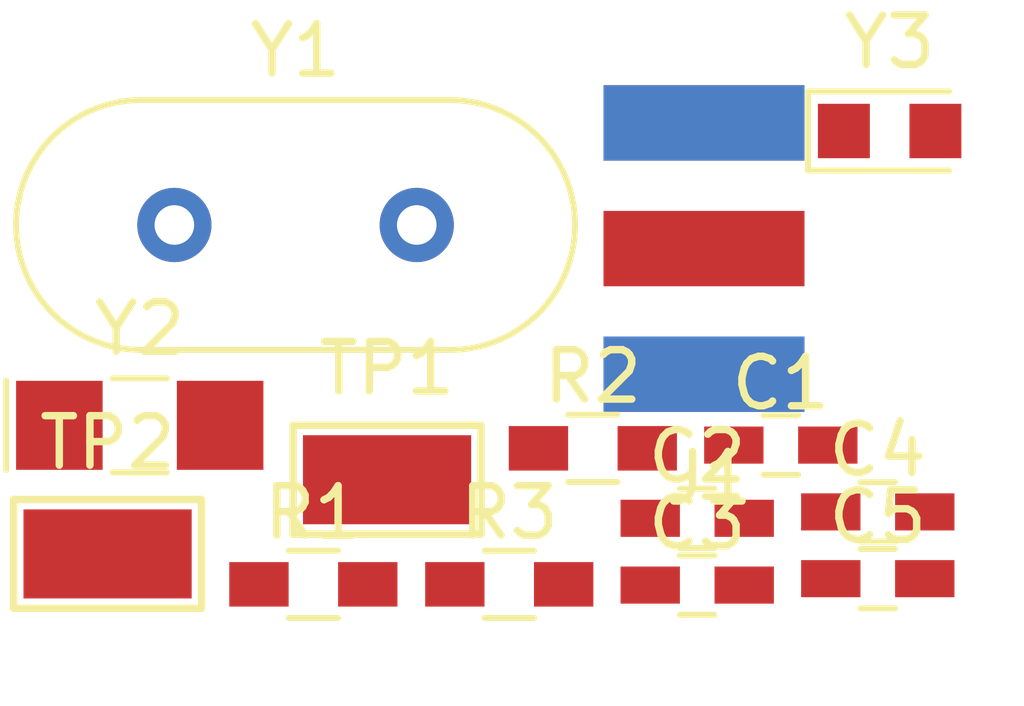
<source format=kicad_pcb>
(kicad_pcb (version 20171130) (host pcbnew 5.0.1)

  (general
    (thickness 1.6)
    (drawings 0)
    (tracks 0)
    (zones 0)
    (modules 14)
    (nets 6)
  )

  (page A4)
  (layers
    (0 F.Cu signal)
    (31 B.Cu signal)
    (32 B.Adhes user)
    (33 F.Adhes user)
    (34 B.Paste user)
    (35 F.Paste user)
    (36 B.SilkS user)
    (37 F.SilkS user)
    (38 B.Mask user)
    (39 F.Mask user)
    (40 Dwgs.User user)
    (41 Cmts.User user)
    (42 Eco1.User user)
    (43 Eco2.User user)
    (44 Edge.Cuts user)
    (45 Margin user)
    (46 B.CrtYd user)
    (47 F.CrtYd user)
    (48 B.Fab user)
    (49 F.Fab user)
  )

  (setup
    (last_trace_width 0.2032)
    (trace_clearance 0.2032)
    (zone_clearance 0.508)
    (zone_45_only no)
    (trace_min 0.2032)
    (segment_width 0.2)
    (edge_width 0.15)
    (via_size 0.6096)
    (via_drill 0.3048)
    (via_min_size 0.6096)
    (via_min_drill 0.3048)
    (uvia_size 0.3)
    (uvia_drill 0.1)
    (uvias_allowed no)
    (uvia_min_size 0.2)
    (uvia_min_drill 0.1)
    (pcb_text_width 0.3)
    (pcb_text_size 1.5 1.5)
    (mod_edge_width 0.15)
    (mod_text_size 1 1)
    (mod_text_width 0.15)
    (pad_size 1.524 1.524)
    (pad_drill 0.762)
    (pad_to_mask_clearance 0.051)
    (solder_mask_min_width 0.25)
    (aux_axis_origin 0 0)
    (visible_elements FFFFFF7F)
    (pcbplotparams
      (layerselection 0x010fc_ffffffff)
      (usegerberextensions false)
      (usegerberattributes false)
      (usegerberadvancedattributes false)
      (creategerberjobfile false)
      (excludeedgelayer true)
      (linewidth 0.100000)
      (plotframeref false)
      (viasonmask false)
      (mode 1)
      (useauxorigin false)
      (hpglpennumber 1)
      (hpglpenspeed 20)
      (hpglpendiameter 15.000000)
      (psnegative false)
      (psa4output false)
      (plotreference true)
      (plotvalue true)
      (plotinvisibletext false)
      (padsonsilk false)
      (subtractmaskfromsilk false)
      (outputformat 1)
      (mirror false)
      (drillshape 1)
      (scaleselection 1)
      (outputdirectory ""))
  )

  (net 0 "")
  (net 1 "Net-(C1-Pad2)")
  (net 2 "Net-(C1-Pad1)")
  (net 3 GND)
  (net 4 VCC)
  (net 5 "Net-(C4-Pad1)")

  (net_class Default "This is the default net class."
    (clearance 0.2032)
    (trace_width 0.2032)
    (via_dia 0.6096)
    (via_drill 0.3048)
    (uvia_dia 0.3)
    (uvia_drill 0.1)
    (diff_pair_gap 0.2032)
    (diff_pair_width 0.2032)
    (add_net GND)
    (add_net "Net-(C1-Pad1)")
    (add_net "Net-(C1-Pad2)")
    (add_net "Net-(C4-Pad1)")
    (add_net VCC)
  )

  (net_class 50Ohm ""
    (clearance 0.37)
    (trace_width 1.8)
    (via_dia 0.6096)
    (via_drill 0.3048)
    (uvia_dia 0.3)
    (uvia_drill 0.1)
    (diff_pair_gap 0.2032)
    (diff_pair_width 0.2032)
  )

  (module Capacitors_SMD:C_0603_HandSoldering (layer F.Cu) (tedit 58AA848B) (tstamp 5C167585)
    (at 111.797001 110.399001)
    (descr "Capacitor SMD 0603, hand soldering")
    (tags "capacitor 0603")
    (path /5C1675D5)
    (attr smd)
    (fp_text reference C1 (at 0 -1.25) (layer F.SilkS)
      (effects (font (size 1 1) (thickness 0.15)))
    )
    (fp_text value C (at 0 1.5) (layer F.Fab)
      (effects (font (size 1 1) (thickness 0.15)))
    )
    (fp_line (start 1.8 0.65) (end -1.8 0.65) (layer F.CrtYd) (width 0.05))
    (fp_line (start 1.8 0.65) (end 1.8 -0.65) (layer F.CrtYd) (width 0.05))
    (fp_line (start -1.8 -0.65) (end -1.8 0.65) (layer F.CrtYd) (width 0.05))
    (fp_line (start -1.8 -0.65) (end 1.8 -0.65) (layer F.CrtYd) (width 0.05))
    (fp_line (start 0.35 0.6) (end -0.35 0.6) (layer F.SilkS) (width 0.12))
    (fp_line (start -0.35 -0.6) (end 0.35 -0.6) (layer F.SilkS) (width 0.12))
    (fp_line (start -0.8 -0.4) (end 0.8 -0.4) (layer F.Fab) (width 0.1))
    (fp_line (start 0.8 -0.4) (end 0.8 0.4) (layer F.Fab) (width 0.1))
    (fp_line (start 0.8 0.4) (end -0.8 0.4) (layer F.Fab) (width 0.1))
    (fp_line (start -0.8 0.4) (end -0.8 -0.4) (layer F.Fab) (width 0.1))
    (fp_text user %R (at 0 -1.25) (layer F.Fab)
      (effects (font (size 1 1) (thickness 0.15)))
    )
    (pad 2 smd rect (at 0.95 0) (size 1.2 0.75) (layers F.Cu F.Paste F.Mask)
      (net 1 "Net-(C1-Pad2)"))
    (pad 1 smd rect (at -0.95 0) (size 1.2 0.75) (layers F.Cu F.Paste F.Mask)
      (net 2 "Net-(C1-Pad1)"))
    (model Capacitors_SMD.3dshapes/C_0603.wrl
      (at (xyz 0 0 0))
      (scale (xyz 1 1 1))
      (rotate (xyz 0 0 0))
    )
  )

  (module Capacitors_SMD:C_0603_HandSoldering (layer F.Cu) (tedit 58AA848B) (tstamp 5C167596)
    (at 110.107001 111.879001)
    (descr "Capacitor SMD 0603, hand soldering")
    (tags "capacitor 0603")
    (path /5C16764C)
    (attr smd)
    (fp_text reference C2 (at 0 -1.25) (layer F.SilkS)
      (effects (font (size 1 1) (thickness 0.15)))
    )
    (fp_text value C (at 0 1.5) (layer F.Fab)
      (effects (font (size 1 1) (thickness 0.15)))
    )
    (fp_text user %R (at 0 -1.25) (layer F.Fab)
      (effects (font (size 1 1) (thickness 0.15)))
    )
    (fp_line (start -0.8 0.4) (end -0.8 -0.4) (layer F.Fab) (width 0.1))
    (fp_line (start 0.8 0.4) (end -0.8 0.4) (layer F.Fab) (width 0.1))
    (fp_line (start 0.8 -0.4) (end 0.8 0.4) (layer F.Fab) (width 0.1))
    (fp_line (start -0.8 -0.4) (end 0.8 -0.4) (layer F.Fab) (width 0.1))
    (fp_line (start -0.35 -0.6) (end 0.35 -0.6) (layer F.SilkS) (width 0.12))
    (fp_line (start 0.35 0.6) (end -0.35 0.6) (layer F.SilkS) (width 0.12))
    (fp_line (start -1.8 -0.65) (end 1.8 -0.65) (layer F.CrtYd) (width 0.05))
    (fp_line (start -1.8 -0.65) (end -1.8 0.65) (layer F.CrtYd) (width 0.05))
    (fp_line (start 1.8 0.65) (end 1.8 -0.65) (layer F.CrtYd) (width 0.05))
    (fp_line (start 1.8 0.65) (end -1.8 0.65) (layer F.CrtYd) (width 0.05))
    (pad 1 smd rect (at -0.95 0) (size 1.2 0.75) (layers F.Cu F.Paste F.Mask)
      (net 1 "Net-(C1-Pad2)"))
    (pad 2 smd rect (at 0.95 0) (size 1.2 0.75) (layers F.Cu F.Paste F.Mask)
      (net 3 GND))
    (model Capacitors_SMD.3dshapes/C_0603.wrl
      (at (xyz 0 0 0))
      (scale (xyz 1 1 1))
      (rotate (xyz 0 0 0))
    )
  )

  (module Capacitors_SMD:C_0603_HandSoldering (layer F.Cu) (tedit 58AA848B) (tstamp 5C1675A7)
    (at 110.107001 113.229001)
    (descr "Capacitor SMD 0603, hand soldering")
    (tags "capacitor 0603")
    (path /5C1682A2)
    (attr smd)
    (fp_text reference C3 (at 0 -1.25) (layer F.SilkS)
      (effects (font (size 1 1) (thickness 0.15)))
    )
    (fp_text value C (at 0 1.5) (layer F.Fab)
      (effects (font (size 1 1) (thickness 0.15)))
    )
    (fp_line (start 1.8 0.65) (end -1.8 0.65) (layer F.CrtYd) (width 0.05))
    (fp_line (start 1.8 0.65) (end 1.8 -0.65) (layer F.CrtYd) (width 0.05))
    (fp_line (start -1.8 -0.65) (end -1.8 0.65) (layer F.CrtYd) (width 0.05))
    (fp_line (start -1.8 -0.65) (end 1.8 -0.65) (layer F.CrtYd) (width 0.05))
    (fp_line (start 0.35 0.6) (end -0.35 0.6) (layer F.SilkS) (width 0.12))
    (fp_line (start -0.35 -0.6) (end 0.35 -0.6) (layer F.SilkS) (width 0.12))
    (fp_line (start -0.8 -0.4) (end 0.8 -0.4) (layer F.Fab) (width 0.1))
    (fp_line (start 0.8 -0.4) (end 0.8 0.4) (layer F.Fab) (width 0.1))
    (fp_line (start 0.8 0.4) (end -0.8 0.4) (layer F.Fab) (width 0.1))
    (fp_line (start -0.8 0.4) (end -0.8 -0.4) (layer F.Fab) (width 0.1))
    (fp_text user %R (at 0 -1.25) (layer F.Fab)
      (effects (font (size 1 1) (thickness 0.15)))
    )
    (pad 2 smd rect (at 0.95 0) (size 1.2 0.75) (layers F.Cu F.Paste F.Mask)
      (net 3 GND))
    (pad 1 smd rect (at -0.95 0) (size 1.2 0.75) (layers F.Cu F.Paste F.Mask)
      (net 4 VCC))
    (model Capacitors_SMD.3dshapes/C_0603.wrl
      (at (xyz 0 0 0))
      (scale (xyz 1 1 1))
      (rotate (xyz 0 0 0))
    )
  )

  (module Capacitors_SMD:C_0603_HandSoldering (layer F.Cu) (tedit 58AA848B) (tstamp 5C1675B8)
    (at 113.757001 111.749001)
    (descr "Capacitor SMD 0603, hand soldering")
    (tags "capacitor 0603")
    (path /5C16781F)
    (attr smd)
    (fp_text reference C4 (at 0 -1.25) (layer F.SilkS)
      (effects (font (size 1 1) (thickness 0.15)))
    )
    (fp_text value C (at 0 1.5) (layer F.Fab)
      (effects (font (size 1 1) (thickness 0.15)))
    )
    (fp_text user %R (at 0 -1.25) (layer F.Fab)
      (effects (font (size 1 1) (thickness 0.15)))
    )
    (fp_line (start -0.8 0.4) (end -0.8 -0.4) (layer F.Fab) (width 0.1))
    (fp_line (start 0.8 0.4) (end -0.8 0.4) (layer F.Fab) (width 0.1))
    (fp_line (start 0.8 -0.4) (end 0.8 0.4) (layer F.Fab) (width 0.1))
    (fp_line (start -0.8 -0.4) (end 0.8 -0.4) (layer F.Fab) (width 0.1))
    (fp_line (start -0.35 -0.6) (end 0.35 -0.6) (layer F.SilkS) (width 0.12))
    (fp_line (start 0.35 0.6) (end -0.35 0.6) (layer F.SilkS) (width 0.12))
    (fp_line (start -1.8 -0.65) (end 1.8 -0.65) (layer F.CrtYd) (width 0.05))
    (fp_line (start -1.8 -0.65) (end -1.8 0.65) (layer F.CrtYd) (width 0.05))
    (fp_line (start 1.8 0.65) (end 1.8 -0.65) (layer F.CrtYd) (width 0.05))
    (fp_line (start 1.8 0.65) (end -1.8 0.65) (layer F.CrtYd) (width 0.05))
    (pad 1 smd rect (at -0.95 0) (size 1.2 0.75) (layers F.Cu F.Paste F.Mask)
      (net 5 "Net-(C4-Pad1)"))
    (pad 2 smd rect (at 0.95 0) (size 1.2 0.75) (layers F.Cu F.Paste F.Mask)
      (net 1 "Net-(C1-Pad2)"))
    (model Capacitors_SMD.3dshapes/C_0603.wrl
      (at (xyz 0 0 0))
      (scale (xyz 1 1 1))
      (rotate (xyz 0 0 0))
    )
  )

  (module Capacitors_SMD:C_0603_HandSoldering (layer F.Cu) (tedit 58AA848B) (tstamp 5C1675C9)
    (at 113.757001 113.099001)
    (descr "Capacitor SMD 0603, hand soldering")
    (tags "capacitor 0603")
    (path /5C167684)
    (attr smd)
    (fp_text reference C5 (at 0 -1.25) (layer F.SilkS)
      (effects (font (size 1 1) (thickness 0.15)))
    )
    (fp_text value C (at 0 1.5) (layer F.Fab)
      (effects (font (size 1 1) (thickness 0.15)))
    )
    (fp_line (start 1.8 0.65) (end -1.8 0.65) (layer F.CrtYd) (width 0.05))
    (fp_line (start 1.8 0.65) (end 1.8 -0.65) (layer F.CrtYd) (width 0.05))
    (fp_line (start -1.8 -0.65) (end -1.8 0.65) (layer F.CrtYd) (width 0.05))
    (fp_line (start -1.8 -0.65) (end 1.8 -0.65) (layer F.CrtYd) (width 0.05))
    (fp_line (start 0.35 0.6) (end -0.35 0.6) (layer F.SilkS) (width 0.12))
    (fp_line (start -0.35 -0.6) (end 0.35 -0.6) (layer F.SilkS) (width 0.12))
    (fp_line (start -0.8 -0.4) (end 0.8 -0.4) (layer F.Fab) (width 0.1))
    (fp_line (start 0.8 -0.4) (end 0.8 0.4) (layer F.Fab) (width 0.1))
    (fp_line (start 0.8 0.4) (end -0.8 0.4) (layer F.Fab) (width 0.1))
    (fp_line (start -0.8 0.4) (end -0.8 -0.4) (layer F.Fab) (width 0.1))
    (fp_text user %R (at 0 -1.25) (layer F.Fab)
      (effects (font (size 1 1) (thickness 0.15)))
    )
    (pad 2 smd rect (at 0.95 0) (size 1.2 0.75) (layers F.Cu F.Paste F.Mask)
      (net 3 GND))
    (pad 1 smd rect (at -0.95 0) (size 1.2 0.75) (layers F.Cu F.Paste F.Mask)
      (net 4 VCC))
    (model Capacitors_SMD.3dshapes/C_0603.wrl
      (at (xyz 0 0 0))
      (scale (xyz 1 1 1))
      (rotate (xyz 0 0 0))
    )
  )

  (module RFLego_Footprint:SMA_Edge (layer F.Cu) (tedit 5C1640A8) (tstamp 5C1675D2)
    (at 108.212 106.426)
    (path /5C16725B)
    (fp_text reference J1 (at 2.1336 4.6482) (layer F.SilkS)
      (effects (font (size 1 1) (thickness 0.15)))
    )
    (fp_text value SMA (at 1.27 6.35) (layer F.Fab) hide
      (effects (font (size 1 1) (thickness 0.15)))
    )
    (pad 1 smd rect (at 2.032 0) (size 4.064 1.524) (layers F.Cu F.Mask)
      (net 5 "Net-(C4-Pad1)"))
    (pad 2 smd rect (at 2.032 -2.54) (size 4.064 1.524) (layers F.Cu F.Mask)
      (net 3 GND))
    (pad 2 smd rect (at 2.032 2.54) (size 4.064 1.524) (layers B.Cu B.Mask)
      (net 3 GND))
    (pad 2 smd rect (at 2.032 -2.54) (size 4.064 1.524) (layers B.Cu B.Mask)
      (net 3 GND))
    (pad 2 smd rect (at 2.032 2.54) (size 4.064 1.524) (layers F.Cu F.Mask)
      (net 3 GND))
  )

  (module Resistors_SMD:R_0603_HandSoldering (layer F.Cu) (tedit 58E0A804) (tstamp 5C1675E3)
    (at 102.347001 113.214001)
    (descr "Resistor SMD 0603, hand soldering")
    (tags "resistor 0603")
    (path /5C1673C5)
    (attr smd)
    (fp_text reference R1 (at 0 -1.45) (layer F.SilkS)
      (effects (font (size 1 1) (thickness 0.15)))
    )
    (fp_text value R (at 0 1.55) (layer F.Fab)
      (effects (font (size 1 1) (thickness 0.15)))
    )
    (fp_line (start 1.95 0.7) (end -1.96 0.7) (layer F.CrtYd) (width 0.05))
    (fp_line (start 1.95 0.7) (end 1.95 -0.7) (layer F.CrtYd) (width 0.05))
    (fp_line (start -1.96 -0.7) (end -1.96 0.7) (layer F.CrtYd) (width 0.05))
    (fp_line (start -1.96 -0.7) (end 1.95 -0.7) (layer F.CrtYd) (width 0.05))
    (fp_line (start -0.5 -0.68) (end 0.5 -0.68) (layer F.SilkS) (width 0.12))
    (fp_line (start 0.5 0.68) (end -0.5 0.68) (layer F.SilkS) (width 0.12))
    (fp_line (start -0.8 -0.4) (end 0.8 -0.4) (layer F.Fab) (width 0.1))
    (fp_line (start 0.8 -0.4) (end 0.8 0.4) (layer F.Fab) (width 0.1))
    (fp_line (start 0.8 0.4) (end -0.8 0.4) (layer F.Fab) (width 0.1))
    (fp_line (start -0.8 0.4) (end -0.8 -0.4) (layer F.Fab) (width 0.1))
    (fp_text user %R (at 0 0) (layer F.Fab)
      (effects (font (size 0.4 0.4) (thickness 0.075)))
    )
    (pad 2 smd rect (at 1.1 0) (size 1.2 0.9) (layers F.Cu F.Paste F.Mask)
      (net 2 "Net-(C1-Pad1)"))
    (pad 1 smd rect (at -1.1 0) (size 1.2 0.9) (layers F.Cu F.Paste F.Mask)
      (net 4 VCC))
    (model ${KISYS3DMOD}/Resistors_SMD.3dshapes/R_0603.wrl
      (at (xyz 0 0 0))
      (scale (xyz 1 1 1))
      (rotate (xyz 0 0 0))
    )
  )

  (module Resistors_SMD:R_0603_HandSoldering (layer F.Cu) (tedit 58E0A804) (tstamp 5C1675F4)
    (at 107.997001 110.464001)
    (descr "Resistor SMD 0603, hand soldering")
    (tags "resistor 0603")
    (path /5C167422)
    (attr smd)
    (fp_text reference R2 (at 0 -1.45) (layer F.SilkS)
      (effects (font (size 1 1) (thickness 0.15)))
    )
    (fp_text value R (at 0 1.55) (layer F.Fab)
      (effects (font (size 1 1) (thickness 0.15)))
    )
    (fp_text user %R (at 0 0) (layer F.Fab)
      (effects (font (size 0.4 0.4) (thickness 0.075)))
    )
    (fp_line (start -0.8 0.4) (end -0.8 -0.4) (layer F.Fab) (width 0.1))
    (fp_line (start 0.8 0.4) (end -0.8 0.4) (layer F.Fab) (width 0.1))
    (fp_line (start 0.8 -0.4) (end 0.8 0.4) (layer F.Fab) (width 0.1))
    (fp_line (start -0.8 -0.4) (end 0.8 -0.4) (layer F.Fab) (width 0.1))
    (fp_line (start 0.5 0.68) (end -0.5 0.68) (layer F.SilkS) (width 0.12))
    (fp_line (start -0.5 -0.68) (end 0.5 -0.68) (layer F.SilkS) (width 0.12))
    (fp_line (start -1.96 -0.7) (end 1.95 -0.7) (layer F.CrtYd) (width 0.05))
    (fp_line (start -1.96 -0.7) (end -1.96 0.7) (layer F.CrtYd) (width 0.05))
    (fp_line (start 1.95 0.7) (end 1.95 -0.7) (layer F.CrtYd) (width 0.05))
    (fp_line (start 1.95 0.7) (end -1.96 0.7) (layer F.CrtYd) (width 0.05))
    (pad 1 smd rect (at -1.1 0) (size 1.2 0.9) (layers F.Cu F.Paste F.Mask)
      (net 2 "Net-(C1-Pad1)"))
    (pad 2 smd rect (at 1.1 0) (size 1.2 0.9) (layers F.Cu F.Paste F.Mask)
      (net 3 GND))
    (model ${KISYS3DMOD}/Resistors_SMD.3dshapes/R_0603.wrl
      (at (xyz 0 0 0))
      (scale (xyz 1 1 1))
      (rotate (xyz 0 0 0))
    )
  )

  (module Resistors_SMD:R_0603_HandSoldering (layer F.Cu) (tedit 58E0A804) (tstamp 5C167605)
    (at 106.307001 113.214001)
    (descr "Resistor SMD 0603, hand soldering")
    (tags "resistor 0603")
    (path /5C167464)
    (attr smd)
    (fp_text reference R3 (at 0 -1.45) (layer F.SilkS)
      (effects (font (size 1 1) (thickness 0.15)))
    )
    (fp_text value R (at 0 1.55) (layer F.Fab)
      (effects (font (size 1 1) (thickness 0.15)))
    )
    (fp_line (start 1.95 0.7) (end -1.96 0.7) (layer F.CrtYd) (width 0.05))
    (fp_line (start 1.95 0.7) (end 1.95 -0.7) (layer F.CrtYd) (width 0.05))
    (fp_line (start -1.96 -0.7) (end -1.96 0.7) (layer F.CrtYd) (width 0.05))
    (fp_line (start -1.96 -0.7) (end 1.95 -0.7) (layer F.CrtYd) (width 0.05))
    (fp_line (start -0.5 -0.68) (end 0.5 -0.68) (layer F.SilkS) (width 0.12))
    (fp_line (start 0.5 0.68) (end -0.5 0.68) (layer F.SilkS) (width 0.12))
    (fp_line (start -0.8 -0.4) (end 0.8 -0.4) (layer F.Fab) (width 0.1))
    (fp_line (start 0.8 -0.4) (end 0.8 0.4) (layer F.Fab) (width 0.1))
    (fp_line (start 0.8 0.4) (end -0.8 0.4) (layer F.Fab) (width 0.1))
    (fp_line (start -0.8 0.4) (end -0.8 -0.4) (layer F.Fab) (width 0.1))
    (fp_text user %R (at 0 0) (layer F.Fab)
      (effects (font (size 0.4 0.4) (thickness 0.075)))
    )
    (pad 2 smd rect (at 1.1 0) (size 1.2 0.9) (layers F.Cu F.Paste F.Mask)
      (net 3 GND))
    (pad 1 smd rect (at -1.1 0) (size 1.2 0.9) (layers F.Cu F.Paste F.Mask)
      (net 1 "Net-(C1-Pad2)"))
    (model ${KISYS3DMOD}/Resistors_SMD.3dshapes/R_0603.wrl
      (at (xyz 0 0 0))
      (scale (xyz 1 1 1))
      (rotate (xyz 0 0 0))
    )
  )

  (module Measurement_Points:Test_Point_Keystone_5015_Micro-Minature (layer F.Cu) (tedit 56E5E7EB) (tstamp 5C167616)
    (at 103.837001 111.099001)
    (descr "SMT Test Point- Micro Miniature 5015, http://www.keyelco.com/product-pdf.cfm?p=1353")
    (tags "Test Point")
    (path /5C167E01)
    (attr virtual)
    (fp_text reference TP1 (at 0 -2.25) (layer F.SilkS)
      (effects (font (size 1 1) (thickness 0.15)))
    )
    (fp_text value VCC (at 0 2.25) (layer F.Fab)
      (effects (font (size 1 1) (thickness 0.15)))
    )
    (fp_line (start -1.35 0.5) (end -1.35 -0.5) (layer F.Fab) (width 0.15))
    (fp_line (start 1.35 -0.5) (end -1.35 -0.5) (layer F.Fab) (width 0.15))
    (fp_line (start 1.35 -0.5) (end 1.35 0.5) (layer F.Fab) (width 0.15))
    (fp_line (start -1.35 0.5) (end 1.35 0.5) (layer F.Fab) (width 0.15))
    (fp_line (start -1.9 1.1) (end -1.9 -1.1) (layer F.SilkS) (width 0.15))
    (fp_line (start 1.9 1.1) (end -1.9 1.1) (layer F.SilkS) (width 0.15))
    (fp_line (start 1.9 -1.1) (end 1.9 1.1) (layer F.SilkS) (width 0.15))
    (fp_line (start -1.9 -1.1) (end 1.9 -1.1) (layer F.SilkS) (width 0.15))
    (fp_line (start -2.15 1.35) (end -2.15 -1.35) (layer F.CrtYd) (width 0.05))
    (fp_line (start 2.15 1.35) (end -2.15 1.35) (layer F.CrtYd) (width 0.05))
    (fp_line (start 2.15 -1.35) (end 2.15 1.35) (layer F.CrtYd) (width 0.05))
    (fp_line (start -2.15 -1.35) (end 2.15 -1.35) (layer F.CrtYd) (width 0.05))
    (pad 1 smd rect (at 0 0) (size 3.4 1.8) (layers F.Cu F.Paste F.Mask)
      (net 4 VCC))
  )

  (module Measurement_Points:Test_Point_Keystone_5015_Micro-Minature (layer F.Cu) (tedit 56E5E7EB) (tstamp 5C167627)
    (at 98.187001 112.599001)
    (descr "SMT Test Point- Micro Miniature 5015, http://www.keyelco.com/product-pdf.cfm?p=1353")
    (tags "Test Point")
    (path /5C167E7F)
    (attr virtual)
    (fp_text reference TP2 (at 0 -2.25) (layer F.SilkS)
      (effects (font (size 1 1) (thickness 0.15)))
    )
    (fp_text value GND (at 0 2.25) (layer F.Fab)
      (effects (font (size 1 1) (thickness 0.15)))
    )
    (fp_line (start -2.15 -1.35) (end 2.15 -1.35) (layer F.CrtYd) (width 0.05))
    (fp_line (start 2.15 -1.35) (end 2.15 1.35) (layer F.CrtYd) (width 0.05))
    (fp_line (start 2.15 1.35) (end -2.15 1.35) (layer F.CrtYd) (width 0.05))
    (fp_line (start -2.15 1.35) (end -2.15 -1.35) (layer F.CrtYd) (width 0.05))
    (fp_line (start -1.9 -1.1) (end 1.9 -1.1) (layer F.SilkS) (width 0.15))
    (fp_line (start 1.9 -1.1) (end 1.9 1.1) (layer F.SilkS) (width 0.15))
    (fp_line (start 1.9 1.1) (end -1.9 1.1) (layer F.SilkS) (width 0.15))
    (fp_line (start -1.9 1.1) (end -1.9 -1.1) (layer F.SilkS) (width 0.15))
    (fp_line (start -1.35 0.5) (end 1.35 0.5) (layer F.Fab) (width 0.15))
    (fp_line (start 1.35 -0.5) (end 1.35 0.5) (layer F.Fab) (width 0.15))
    (fp_line (start 1.35 -0.5) (end -1.35 -0.5) (layer F.Fab) (width 0.15))
    (fp_line (start -1.35 0.5) (end -1.35 -0.5) (layer F.Fab) (width 0.15))
    (pad 1 smd rect (at 0 0) (size 3.4 1.8) (layers F.Cu F.Paste F.Mask)
      (net 3 GND))
  )

  (module Crystals:Crystal_HC18-U_Vertical (layer F.Cu) (tedit 58CD2E9B) (tstamp 5C16763E)
    (at 99.537001 105.949001)
    (descr "Crystal THT HC-18/U, http://5hertz.com/pdfs/04404_D.pdf")
    (tags "THT crystalHC-18/U")
    (path /5C167A4B)
    (fp_text reference Y1 (at 2.45 -3.525) (layer F.SilkS)
      (effects (font (size 1 1) (thickness 0.15)))
    )
    (fp_text value Crystal (at 2.45 3.525) (layer F.Fab)
      (effects (font (size 1 1) (thickness 0.15)))
    )
    (fp_arc (start 5.575 0) (end 5.575 -2.525) (angle 180) (layer F.SilkS) (width 0.12))
    (fp_arc (start -0.675 0) (end -0.675 -2.525) (angle -180) (layer F.SilkS) (width 0.12))
    (fp_arc (start 5.45 0) (end 5.45 -2) (angle 180) (layer F.Fab) (width 0.1))
    (fp_arc (start -0.55 0) (end -0.55 -2) (angle -180) (layer F.Fab) (width 0.1))
    (fp_arc (start 5.575 0) (end 5.575 -2.325) (angle 180) (layer F.Fab) (width 0.1))
    (fp_arc (start -0.675 0) (end -0.675 -2.325) (angle -180) (layer F.Fab) (width 0.1))
    (fp_line (start 8.4 -2.8) (end -3.5 -2.8) (layer F.CrtYd) (width 0.05))
    (fp_line (start 8.4 2.8) (end 8.4 -2.8) (layer F.CrtYd) (width 0.05))
    (fp_line (start -3.5 2.8) (end 8.4 2.8) (layer F.CrtYd) (width 0.05))
    (fp_line (start -3.5 -2.8) (end -3.5 2.8) (layer F.CrtYd) (width 0.05))
    (fp_line (start -0.675 2.525) (end 5.575 2.525) (layer F.SilkS) (width 0.12))
    (fp_line (start -0.675 -2.525) (end 5.575 -2.525) (layer F.SilkS) (width 0.12))
    (fp_line (start -0.55 2) (end 5.45 2) (layer F.Fab) (width 0.1))
    (fp_line (start -0.55 -2) (end 5.45 -2) (layer F.Fab) (width 0.1))
    (fp_line (start -0.675 2.325) (end 5.575 2.325) (layer F.Fab) (width 0.1))
    (fp_line (start -0.675 -2.325) (end 5.575 -2.325) (layer F.Fab) (width 0.1))
    (fp_text user %R (at 2.45 0) (layer F.Fab)
      (effects (font (size 1 1) (thickness 0.15)))
    )
    (pad 2 thru_hole circle (at 4.9 0) (size 1.5 1.5) (drill 0.8) (layers *.Cu *.Mask)
      (net 3 GND))
    (pad 1 thru_hole circle (at 0 0) (size 1.5 1.5) (drill 0.8) (layers *.Cu *.Mask)
      (net 2 "Net-(C1-Pad1)"))
    (model ${KISYS3DMOD}/Crystals.3dshapes/Crystal_HC18-U_Vertical.wrl
      (at (xyz 0 0 0))
      (scale (xyz 0.393701 0.393701 0.393701))
      (rotate (xyz 0 0 0))
    )
  )

  (module Crystals:Crystal_SMD_MicroCrystal_CC7V-T1A-2pin_3.2x1.5mm_HandSoldering (layer F.Cu) (tedit 58CD2E9D) (tstamp 5C167651)
    (at 98.837001 109.999001)
    (descr "SMD Crystal MicroCrystal CC7V-T1A/CM7V-T1A series http://www.microcrystal.com/images/_Product-Documentation/01_TF_ceramic_Packages/01_Datasheet/CC1V-T1A.pdf, hand-soldering, 3.2x1.5mm^2 package")
    (tags "SMD SMT crystal hand-soldering")
    (path /5C168835)
    (attr smd)
    (fp_text reference Y2 (at 0 -1.95) (layer F.SilkS)
      (effects (font (size 1 1) (thickness 0.15)))
    )
    (fp_text value Crystal (at 0 1.95) (layer F.Fab)
      (effects (font (size 1 1) (thickness 0.15)))
    )
    (fp_line (start 2.8 -1.2) (end -2.8 -1.2) (layer F.CrtYd) (width 0.05))
    (fp_line (start 2.8 1.2) (end 2.8 -1.2) (layer F.CrtYd) (width 0.05))
    (fp_line (start -2.8 1.2) (end 2.8 1.2) (layer F.CrtYd) (width 0.05))
    (fp_line (start -2.8 -1.2) (end -2.8 1.2) (layer F.CrtYd) (width 0.05))
    (fp_line (start -2.7 -0.9) (end -2.7 0.9) (layer F.SilkS) (width 0.12))
    (fp_line (start -0.55 0.95) (end 0.55 0.95) (layer F.SilkS) (width 0.12))
    (fp_line (start -0.55 -0.95) (end 0.55 -0.95) (layer F.SilkS) (width 0.12))
    (fp_line (start -1.6 0.25) (end -1.1 0.75) (layer F.Fab) (width 0.1))
    (fp_line (start 1.6 -0.75) (end -1.6 -0.75) (layer F.Fab) (width 0.1))
    (fp_line (start 1.6 0.75) (end 1.6 -0.75) (layer F.Fab) (width 0.1))
    (fp_line (start -1.6 0.75) (end 1.6 0.75) (layer F.Fab) (width 0.1))
    (fp_line (start -1.6 -0.75) (end -1.6 0.75) (layer F.Fab) (width 0.1))
    (fp_text user %R (at 0 0) (layer F.Fab)
      (effects (font (size 0.7 0.7) (thickness 0.105)))
    )
    (pad 2 smd rect (at 1.625 0) (size 1.75 1.8) (layers F.Cu F.Paste F.Mask)
      (net 3 GND))
    (pad 1 smd rect (at -1.625 0) (size 1.75 1.8) (layers F.Cu F.Paste F.Mask)
      (net 2 "Net-(C1-Pad1)"))
    (model ${KISYS3DMOD}/Crystals.3dshapes/Crystal_SMD_MicroCrystal_CC7V-T1A-2pin_3.2x1.5mm_HandSoldering.wrl
      (at (xyz 0 0 0))
      (scale (xyz 1 1 1))
      (rotate (xyz 0 0 0))
    )
  )

  (module Crystals:Crystal_SMD_TXC_9HT11-2pin_2.0x1.2mm_HandSoldering (layer F.Cu) (tedit 58CD2E9D) (tstamp 5C167668)
    (at 113.997001 104.049001)
    (descr "SMD Crystal TXC 9HT11 http://txccrystal.com/images/pdf/9ht11.pdf, hand-soldering, 2.0x1.2mm^2 package")
    (tags "SMD SMT crystal hand-soldering")
    (path /5C1687D1)
    (attr smd)
    (fp_text reference Y3 (at 0 -1.8) (layer F.SilkS)
      (effects (font (size 1 1) (thickness 0.15)))
    )
    (fp_text value Crystal (at 0 1.8) (layer F.Fab)
      (effects (font (size 1 1) (thickness 0.15)))
    )
    (fp_circle (center 0 0) (end 0.046667 0) (layer F.Adhes) (width 0.093333))
    (fp_circle (center 0 0) (end 0.106667 0) (layer F.Adhes) (width 0.066667))
    (fp_circle (center 0 0) (end 0.166667 0) (layer F.Adhes) (width 0.066667))
    (fp_circle (center 0 0) (end 0.2 0) (layer F.Adhes) (width 0.1))
    (fp_line (start 1.7 -0.9) (end -1.7 -0.9) (layer F.CrtYd) (width 0.05))
    (fp_line (start 1.7 0.9) (end 1.7 -0.9) (layer F.CrtYd) (width 0.05))
    (fp_line (start -1.7 0.9) (end 1.7 0.9) (layer F.CrtYd) (width 0.05))
    (fp_line (start -1.7 -0.9) (end -1.7 0.9) (layer F.CrtYd) (width 0.05))
    (fp_line (start -1.65 0.8) (end 1.2 0.8) (layer F.SilkS) (width 0.12))
    (fp_line (start -1.65 -0.8) (end -1.65 0.8) (layer F.SilkS) (width 0.12))
    (fp_line (start 1.2 -0.8) (end -1.65 -0.8) (layer F.SilkS) (width 0.12))
    (fp_line (start -1 0.1) (end -0.5 0.6) (layer F.Fab) (width 0.1))
    (fp_line (start 1 -0.6) (end -1 -0.6) (layer F.Fab) (width 0.1))
    (fp_line (start 1 0.6) (end 1 -0.6) (layer F.Fab) (width 0.1))
    (fp_line (start -1 0.6) (end 1 0.6) (layer F.Fab) (width 0.1))
    (fp_line (start -1 -0.6) (end -1 0.6) (layer F.Fab) (width 0.1))
    (fp_text user %R (at 0 0) (layer F.Fab)
      (effects (font (size 0.5 0.5) (thickness 0.075)))
    )
    (pad 2 smd rect (at 0.925 0) (size 1.05 1.1) (layers F.Cu F.Paste F.Mask)
      (net 3 GND))
    (pad 1 smd rect (at -0.925 0) (size 1.05 1.1) (layers F.Cu F.Paste F.Mask)
      (net 2 "Net-(C1-Pad1)"))
    (model ${KISYS3DMOD}/Crystals.3dshapes/Crystal_SMD_TXC_9HT11-2pin_2.0x1.2mm_HandSoldering.wrl
      (at (xyz 0 0 0))
      (scale (xyz 1 1 1))
      (rotate (xyz 0 0 0))
    )
  )

)

</source>
